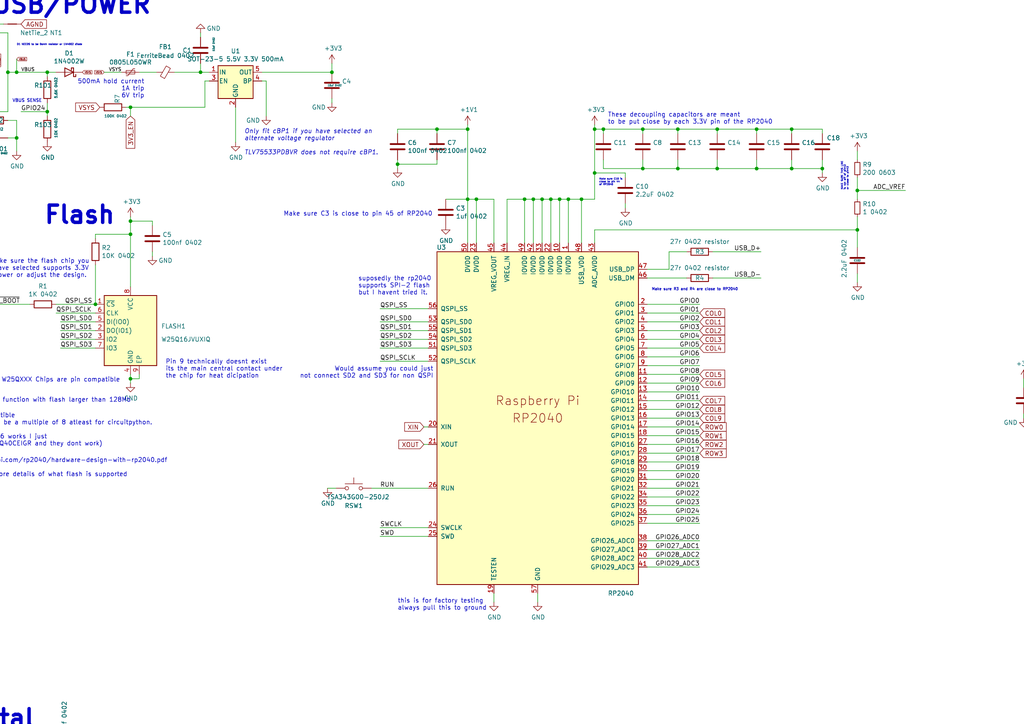
<source format=kicad_sch>
(kicad_sch (version 20230121) (generator eeschema)
  (paper "A4")
  (junction (at 219.456 48.895))
  (junction (at 135.636 37.465))
  (junction (at 27.686 88.265))
  (junction (at 115.316 47.625))
  (junction (at 30.226 216.535))
  (junction (at 154.686 57.785))
  (junction (at 164.846 57.785))
  (junction (at 13.716 222.885))
  (junction (at 172.466 50.165))
  (junction (at 4.826 40.005))
  (junction (at 157.226 57.785))
  (junction (at 126.746 37.465))
  (junction (at 219.456 37.465))
  (junction (at 159.766 57.785))
  (junction (at 175.006 37.465))
  (junction (at 4.826 20.955))
  (junction (at 152.146 57.785))
  (junction (at 162.306 57.785))
  (junction (at 238.506 48.895))
  (junction (at 168.656 57.785))
  (junction (at 58.166 20.955))
  (junction (at -5.334 37.465))
  (junction (at 196.596 37.465))
  (junction (at 248.666 55.245))
  (junction (at 13.716 32.385))
  (junction (at 13.716 20.955))
  (junction (at 196.596 48.895))
  (junction (at 208.026 37.465))
  (junction (at 138.176 57.785))
  (junction (at 186.436 48.895))
  (junction (at 248.666 66.675))
  (junction (at 135.636 57.785))
  (junction (at 172.466 37.465))
  (junction (at 37.846 64.135))
  (junction (at 229.616 48.895))
  (junction (at 37.846 109.855))
  (junction (at 37.846 31.115))
  (junction (at 186.436 37.465))
  (junction (at 96.266 20.955))
  (junction (at 208.026 48.895))
  (junction (at 30.226 229.235))
  (junction (at 37.846 67.945))
  (junction (at 229.616 37.465))
  (junction (at 2.286 20.955))
  (no_connect (at -14.224 12.065))
  (no_connect (at -14.224 27.305))
  (wire (pts (xy 124.206 104.775) (xy 110.236 104.775)))
  (wire (pts (xy 172.466 36.195) (xy 172.466 37.465)))
  (wire (pts (xy -14.224 37.465) (xy -5.334 37.465)))
  (wire (pts (xy 175.006 38.735) (xy 175.006 37.465)))
  (wire (pts (xy 124.206 89.535) (xy 110.236 89.535)))
  (wire (pts (xy 340.106 197.485) (xy 341.376 197.485)))
  (wire (pts (xy 208.026 38.735) (xy 208.026 37.465)))
  (wire (pts (xy 126.746 37.465) (xy 135.636 37.465)))
  (wire (pts (xy 181.356 59.055) (xy 181.356 60.325)))
  (wire (pts (xy 68.326 31.115) (xy 68.326 41.275)))
  (wire (pts (xy 16.256 88.265) (xy 27.686 88.265)))
  (wire (pts (xy 37.846 31.115) (xy 37.846 33.655)))
  (wire (pts (xy 238.506 37.465) (xy 238.506 38.735)))
  (wire (pts (xy 187.706 118.745) (xy 202.946 118.745)))
  (wire (pts (xy 152.146 57.785) (xy 154.686 57.785)))
  (wire (pts (xy 332.486 197.485) (xy 331.216 197.485)))
  (wire (pts (xy 248.666 79.375) (xy 248.666 81.915)))
  (wire (pts (xy 248.666 43.815) (xy 248.666 46.355)))
  (wire (pts (xy 21.336 216.535) (xy 30.226 216.535)))
  (wire (pts (xy 2.286 20.955) (xy 4.826 20.955)))
  (wire (pts (xy 248.666 66.675) (xy 248.666 71.755)))
  (wire (pts (xy -15.494 88.265) (xy -15.494 89.535)))
  (wire (pts (xy 248.666 66.675) (xy 248.666 62.865)))
  (wire (pts (xy 159.766 70.485) (xy 159.766 57.785)))
  (wire (pts (xy 37.846 109.855) (xy 37.846 111.125)))
  (wire (pts (xy 8.636 88.265) (xy -4.064 88.265)))
  (wire (pts (xy 187.706 80.645) (xy 199.136 80.645)))
  (wire (pts (xy 321.056 198.755) (xy 321.056 197.485)))
  (wire (pts (xy 208.026 37.465) (xy 219.456 37.465)))
  (wire (pts (xy 206.756 80.645) (xy 220.726 80.645)))
  (wire (pts (xy 2.286 34.925) (xy 4.826 34.925)))
  (wire (pts (xy 219.456 48.895) (xy 208.026 48.895)))
  (wire (pts (xy 172.466 37.465) (xy 172.466 50.165)))
  (wire (pts (xy 13.716 222.885) (xy 25.146 222.885)))
  (wire (pts (xy 115.316 47.625) (xy 126.746 47.625)))
  (wire (pts (xy -14.224 88.265) (xy -15.494 88.265)))
  (wire (pts (xy 229.616 37.465) (xy 229.616 38.735)))
  (wire (pts (xy 138.176 57.785) (xy 135.636 57.785)))
  (wire (pts (xy 40.386 109.855) (xy 40.386 108.585)))
  (wire (pts (xy 37.846 109.855) (xy 40.386 109.855)))
  (wire (pts (xy -28.194 64.135) (xy -16.764 64.135)))
  (wire (pts (xy 187.706 159.385) (xy 202.946 159.385)))
  (wire (pts (xy 126.746 47.625) (xy 126.746 46.355)))
  (wire (pts (xy 115.316 38.735) (xy 115.316 37.465)))
  (wire (pts (xy 126.746 38.735) (xy 126.746 37.465)))
  (wire (pts (xy 37.846 31.115) (xy 59.436 31.115)))
  (wire (pts (xy 172.466 70.485) (xy 172.466 66.675)))
  (wire (pts (xy 30.226 229.235) (xy 30.226 226.695)))
  (wire (pts (xy 187.706 95.885) (xy 202.946 95.885)))
  (wire (pts (xy 58.166 10.795) (xy 58.166 9.525)))
  (wire (pts (xy 248.666 51.435) (xy 248.666 55.245)))
  (wire (pts (xy 175.006 46.355) (xy 175.006 48.895)))
  (wire (pts (xy 37.846 109.855) (xy 37.846 108.585)))
  (wire (pts (xy 30.226 20.955) (xy 35.306 20.955)))
  (wire (pts (xy 13.716 222.885) (xy 13.716 216.535)))
  (wire (pts (xy 164.846 57.785) (xy 168.656 57.785)))
  (wire (pts (xy 77.216 23.495) (xy 77.216 33.655)))
  (wire (pts (xy 107.696 141.605) (xy 124.206 141.605)))
  (wire (pts (xy 36.576 31.115) (xy 37.846 31.115)))
  (wire (pts (xy 124.206 155.575) (xy 110.236 155.575)))
  (wire (pts (xy 187.706 149.225) (xy 202.946 149.225)))
  (wire (pts (xy 27.686 69.215) (xy 27.686 67.945)))
  (wire (pts (xy 229.616 46.355) (xy 229.616 48.895)))
  (wire (pts (xy 187.706 136.525) (xy 202.946 136.525)))
  (wire (pts (xy -14.224 19.685) (xy -0.254 19.685)))
  (wire (pts (xy 187.706 146.685) (xy 202.946 146.685)))
  (wire (pts (xy 135.636 57.785) (xy 129.286 57.785)))
  (wire (pts (xy 124.206 153.035) (xy 110.236 153.035)))
  (wire (pts (xy 157.226 70.485) (xy 157.226 57.785)))
  (wire (pts (xy -5.334 37.465) (xy -5.334 34.925)))
  (wire (pts (xy 2.286 32.385) (xy -14.224 32.385)))
  (wire (pts (xy 187.706 141.605) (xy 202.946 141.605)))
  (wire (pts (xy 122.936 123.825) (xy 124.206 123.825)))
  (wire (pts (xy 296.926 109.855) (xy 296.926 112.395)))
  (wire (pts (xy 187.706 100.965) (xy 202.946 100.965)))
  (wire (pts (xy 187.706 144.145) (xy 202.946 144.145)))
  (wire (pts (xy 208.026 48.895) (xy 196.596 48.895)))
  (wire (pts (xy 110.236 100.965) (xy 124.206 100.965)))
  (wire (pts (xy 124.206 128.905) (xy 122.936 128.905)))
  (wire (pts (xy 59.436 23.495) (xy 60.706 23.495)))
  (wire (pts (xy 115.316 37.465) (xy 126.746 37.465)))
  (wire (pts (xy 315.976 186.055) (xy 305.816 186.055)))
  (wire (pts (xy 187.706 151.765) (xy 202.946 151.765)))
  (wire (pts (xy 37.846 67.945) (xy 37.846 83.185)))
  (wire (pts (xy 13.716 222.885) (xy 12.446 222.885)))
  (wire (pts (xy 17.526 95.885) (xy 27.686 95.885)))
  (wire (pts (xy 187.706 126.365) (xy 202.946 126.365)))
  (wire (pts (xy -14.224 24.765) (xy -12.954 24.765)))
  (wire (pts (xy 175.006 37.465) (xy 186.436 37.465)))
  (wire (pts (xy 27.686 76.835) (xy 27.686 88.265)))
  (wire (pts (xy 187.706 139.065) (xy 202.946 139.065)))
  (wire (pts (xy 303.276 203.835) (xy 313.436 203.835)))
  (wire (pts (xy 154.686 57.785) (xy 157.226 57.785)))
  (wire (pts (xy 147.066 70.485) (xy 147.066 57.785)))
  (wire (pts (xy 97.536 141.605) (xy 94.996 141.605)))
  (wire (pts (xy 6.096 32.385) (xy 13.716 32.385)))
  (wire (pts (xy 229.616 37.465) (xy 238.506 37.465)))
  (wire (pts (xy 187.706 108.585) (xy 202.946 108.585)))
  (wire (pts (xy 196.596 37.465) (xy 208.026 37.465)))
  (wire (pts (xy 187.706 93.345) (xy 202.946 93.345)))
  (wire (pts (xy 159.766 57.785) (xy 162.306 57.785)))
  (wire (pts (xy 135.636 37.465) (xy 135.636 57.785)))
  (wire (pts (xy 296.926 120.015) (xy 296.926 121.285)))
  (wire (pts (xy 219.456 38.735) (xy 219.456 37.465)))
  (wire (pts (xy 229.616 48.895) (xy 238.506 48.895)))
  (wire (pts (xy 187.706 133.985) (xy 202.946 133.985)))
  (wire (pts (xy 4.826 20.955) (xy 13.716 20.955)))
  (wire (pts (xy 187.706 103.505) (xy 202.946 103.505)))
  (wire (pts (xy 143.256 70.485) (xy 143.256 57.785)))
  (wire (pts (xy 110.236 93.345) (xy 124.206 93.345)))
  (wire (pts (xy 30.226 219.075) (xy 30.226 216.535)))
  (wire (pts (xy 59.436 23.495) (xy 59.436 31.115)))
  (wire (pts (xy 187.706 123.825) (xy 202.946 123.825)))
  (wire (pts (xy 186.436 38.735) (xy 186.436 37.465)))
  (wire (pts (xy 13.716 29.845) (xy 13.716 32.385)))
  (wire (pts (xy 138.176 70.485) (xy 138.176 57.785)))
  (wire (pts (xy 187.706 90.805) (xy 202.946 90.805)))
  (wire (pts (xy 13.716 32.385) (xy 13.716 33.655)))
  (wire (pts (xy 37.846 62.865) (xy 37.846 64.135)))
  (wire (pts (xy 50.546 20.955) (xy 58.166 20.955)))
  (wire (pts (xy 186.436 37.465) (xy 196.596 37.465)))
  (wire (pts (xy 157.226 57.785) (xy 159.766 57.785)))
  (wire (pts (xy 248.666 55.245) (xy 248.666 57.785)))
  (wire (pts (xy 194.056 73.025) (xy 199.136 73.025)))
  (wire (pts (xy 321.056 211.455) (xy 321.056 208.915)))
  (wire (pts (xy 181.356 51.435) (xy 181.356 50.165)))
  (wire (pts (xy 44.196 229.235) (xy 49.276 229.235)))
  (wire (pts (xy 13.716 20.955) (xy 13.716 22.225)))
  (wire (pts (xy 30.226 216.535) (xy 49.276 216.535)))
  (wire (pts (xy 16.256 90.805) (xy 27.686 90.805)))
  (wire (pts (xy 238.506 46.355) (xy 238.506 48.895)))
  (wire (pts (xy 187.706 111.125) (xy 202.946 111.125)))
  (wire (pts (xy 75.946 20.955) (xy 96.266 20.955)))
  (wire (pts (xy 187.706 164.465) (xy 202.946 164.465)))
  (wire (pts (xy 172.466 66.675) (xy 248.666 66.675)))
  (wire (pts (xy 172.466 37.465) (xy 175.006 37.465)))
  (wire (pts (xy 27.686 100.965) (xy 17.526 100.965)))
  (wire (pts (xy 196.596 38.735) (xy 196.596 37.465)))
  (wire (pts (xy 187.706 121.285) (xy 202.946 121.285)))
  (wire (pts (xy 115.316 46.355) (xy 115.316 47.625)))
  (wire (pts (xy 37.846 64.135) (xy 37.846 67.945)))
  (wire (pts (xy -14.224 22.225) (xy -12.954 22.225)))
  (wire (pts (xy 187.706 88.265) (xy 202.946 88.265)))
  (wire (pts (xy 323.596 186.055) (xy 326.136 186.055)))
  (wire (pts (xy 110.236 98.425) (xy 124.206 98.425)))
  (wire (pts (xy 147.066 57.785) (xy 152.146 57.785)))
  (wire (pts (xy 77.216 23.495) (xy 75.946 23.495)))
  (wire (pts (xy 187.706 128.905) (xy 202.946 128.905)))
  (wire (pts (xy 162.306 70.485) (xy 162.306 57.785)))
  (wire (pts (xy -14.224 17.145) (xy -1.524 17.145)))
  (wire (pts (xy 13.716 229.235) (xy 13.716 222.885)))
  (wire (pts (xy 2.286 9.525) (xy 2.286 20.955)))
  (wire (pts (xy 40.386 20.955) (xy 45.466 20.955)))
  (wire (pts (xy 13.716 20.955) (xy 16.256 20.955)))
  (wire (pts (xy 186.436 48.895) (xy 196.596 48.895)))
  (wire (pts (xy 229.616 48.895) (xy 219.456 48.895)))
  (wire (pts (xy 321.056 197.485) (xy 323.596 197.485)))
  (wire (pts (xy 194.056 73.025) (xy 194.056 78.105)))
  (wire (pts (xy 219.456 37.465) (xy 229.616 37.465)))
  (wire (pts (xy 96.266 28.575) (xy 96.266 29.845)))
  (wire (pts (xy 196.596 46.355) (xy 196.596 48.895)))
  (wire (pts (xy 248.666 55.245) (xy 262.636 55.245)))
  (wire (pts (xy 143.256 172.085) (xy 143.256 174.625)))
  (wire (pts (xy 44.196 65.405) (xy 44.196 64.135)))
  (wire (pts (xy 206.756 73.025) (xy 220.726 73.025)))
  (wire (pts (xy 154.686 70.485) (xy 154.686 57.785)))
  (wire (pts (xy 4.826 34.925) (xy 4.826 40.005)))
  (wire (pts (xy 175.006 48.895) (xy 186.436 48.895)))
  (wire (pts (xy 187.706 113.665) (xy 202.946 113.665)))
  (wire (pts (xy 187.706 98.425) (xy 202.946 98.425)))
  (wire (pts (xy 164.846 57.785) (xy 164.846 70.485)))
  (wire (pts (xy 27.686 67.945) (xy 37.846 67.945)))
  (wire (pts (xy 187.706 161.925) (xy 202.946 161.925)))
  (wire (pts (xy 4.826 40.005) (xy 4.826 43.815)))
  (wire (pts (xy 1.016 6.985) (xy -1.524 6.985)))
  (wire (pts (xy 238.506 50.165) (xy 238.506 48.895)))
  (wire (pts (xy 187.706 156.845) (xy 202.946 156.845)))
  (wire (pts (xy 186.436 48.895) (xy 186.436 46.355)))
  (wire (pts (xy 58.166 18.415) (xy 58.166 20.955)))
  (wire (pts (xy 152.146 70.485) (xy 152.146 57.785)))
  (wire (pts (xy 27.686 98.425) (xy 17.526 98.425)))
  (wire (pts (xy 30.226 229.235) (xy 21.336 229.235)))
  (wire (pts (xy 4.826 20.955) (xy 4.826 17.145)))
  (wire (pts (xy 2.286 40.005) (xy 4.826 40.005)))
  (wire (pts (xy 187.706 106.045) (xy 202.946 106.045)))
  (wire (pts (xy 135.636 36.195) (xy 135.636 37.465)))
  (wire (pts (xy 162.306 57.785) (xy 164.846 57.785)))
  (wire (pts (xy 44.196 73.025) (xy 44.196 74.295)))
  (wire (pts (xy -5.334 37.465) (xy -5.334 40.005)))
  (wire (pts (xy 58.166 20.955) (xy 60.706 20.955)))
  (wire (pts (xy 208.026 46.355) (xy 208.026 48.895)))
  (wire (pts (xy 187.706 78.105) (xy 194.056 78.105)))
  (wire (pts (xy 27.686 93.345) (xy 17.526 93.345)))
  (wire (pts (xy -14.224 9.525) (xy 2.286 9.525)))
  (wire (pts (xy 96.266 18.415) (xy 96.266 20.955)))
  (wire (pts (xy 172.466 50.165) (xy 172.466 57.785)))
  (wire (pts (xy 143.256 57.785) (xy 138.176 57.785)))
  (wire (pts (xy 44.196 64.135) (xy 37.846 64.135)))
  (wire (pts (xy 172.466 50.165) (xy 181.356 50.165)))
  (wire (pts (xy 168.656 70.485) (xy 168.656 57.785)))
  (wire (pts (xy 135.636 57.785) (xy 135.636 70.485)))
  (wire (pts (xy 187.706 116.205) (xy 202.946 116.205)))
  (wire (pts (xy 155.956 172.085) (xy 155.956 174.625)))
  (wire (pts (xy 110.236 95.885) (xy 124.206 95.885)))
  (wire (pts (xy 115.316 47.625) (xy 115.316 48.895)))
  (wire (pts (xy 2.286 20.955) (xy 2.286 32.385)))
  (wire (pts (xy 168.656 57.785) (xy 172.466 57.785)))
  (wire (pts (xy 36.576 229.235) (xy 30.226 229.235)))
  (wire (pts (xy 187.706 131.445) (xy 202.946 131.445)))
  (wire (pts (xy 219.456 46.355) (xy 219.456 48.895)))
  (text "Test points" (at -25.654 55.245 0) (effects (font (size 1.1938 1.1938)) (justify left bottom)))
  (text "Im unsure if the RP2040 can function with flash larger than 128Mb" (at -28.829 116.84 0) (effects (font (size 1.27 1.27)) (justify left bottom)))
  (text "not 22pf but pick to match crystal." (at 21.336 212.725 0) (effects (font (size 1.27 1.27)) (justify left bottom)))
  (text "These decoupling capacitors are meant\nto be put close by each 3.3V pin of the RP2040" (at 176.276 36.195 0) (effects (font (size 1.27 1.27)) (justify left bottom)))
  (text "Only fit cBP1 if you have selected an \nalternate voltage regulator\n\nTLV75533PDBVR does not require cBP1." (at 70.866 45.085 0) (effects (font (size 1.27 1.27) italic) (justify left bottom)))
  (text "Make sure C3 is close to pin 45 of RP2040" (at 125.476 62.865 0) (effects (font (size 1.27 1.27)) (justify right bottom)))
  (text "Make sure R3 and R4 are close to RP2040" (at 188.976 84.455 0) (effects (font (size 0.75 0.75)) (justify left bottom)))
  (text "Power LED is on by default but when\nGPIO24 is enabled it will be shut off" (at 326.136 203.835 0) (effects (font (size 1.27 1.27)) (justify left bottom)))
  (text "Flash" (at 12.446 65.405 0) (effects (font (size 5.0038 5.0038) (thickness 1.0008) bold) (justify left bottom)))
  (text "Pin 9 technically doesnt exist\nits the main central contact under\nthe chip for heat dicipation" (at 48.006 109.855 0) (effects (font (size 1.27 1.27)) (justify left bottom)))
  (text "D1 NEEDS to be 0omh resistor or 1N4002 diode" (at 4.826 13.335 0) (effects (font (size 0.508 0.508)) (justify left bottom)))
  (text "Would assume you could just\nnot connect SD2 and SD3 for non QSPI" (at 125.73 109.855 0) (effects (font (size 1.27 1.27)) (justify right bottom)))
  (text "Crystal" (at -16.764 211.455 0) (effects (font (size 5.0038 5.0038) (thickness 1.0008) bold) (justify left bottom)))
  (text "LEDs" (at 312.166 173.355 0) (effects (font (size 5.0038 5.0038) (thickness 1.0008) bold) (justify left bottom)))
  (text "Make sure the flash chip you\n have selected supports 3.3V\n power or adjust the design." (at -2.794 80.645 0) (effects (font (size 1.27 1.27)) (justify left bottom)))
  (text "https://datasheets.raspberrypi.com/rp2040/hardware-design-with-rp2040.pdf\n\nOn page 13 you can learn more details of what flash is supported\n" (at -28.829 138.43 0) (effects (font (size 1.27 1.27)) (justify left bottom)))
  (text "1K resistor to prevent overdriving of \nthe crystal as per the minimal design example" (at 45.466 225.425 0) (effects (font (size 1.27 1.27)) (justify left bottom)))
  (text "GPIOs" (at 304.546 46.355 0) (effects (font (size 5.0038 5.0038) (thickness 1.0008) bold) (justify left bottom)))
  (text "I think this is important for \nusb 3.0 but not 2.0 and 1.1\nhowever it may help with analogue\nperformance but ive yet\nto test this" (at -18.034 45.085 0) (effects (font (size 0.6 0.6)) (justify left bottom)))
  (text "VBUS SENSE" (at 3.556 29.845 0) (effects (font (size 0.9 0.9)) (justify left bottom)))
  (text "RP2040 supports 1MHz to 15MHz" (at 14.986 234.315 0) (effects (font (size 1.27 1.27)) (justify left bottom)))
  (text "GD25Q40CEIGR is NOT Compatible\nyou need GD25W16* needs to be a multiple of 8 atleast for circuitpython.\n\n(Ive not confirmed if GD25W16 works I just \nHave some boards with GD25Q40CEIGR and they dont work)" (at -28.829 129.54 0) (effects (font (size 1.27 1.27)) (justify left bottom)))
  (text "Make sure C10 is\nclose to pin 44\nof RP2040\n" (at 173.736 53.975 0) (effects (font (size 0.5 0.5)) (justify left bottom)))
  (text "2x 5.1K Resistors on the CC pins will = 5V@1.5A\nthis is the recomended default config for type-c" (at -26.924 -4.445 0) (effects (font (size 1.27 1.27)) (justify left bottom)))
  (text "USB/POWER" (at -2.794 4.445 0) (effects (font (size 5.0038 5.0038) (thickness 1.0008) bold) (justify left bottom)))
  (text "suposedly the rp2040\nsupports SPI-2 flash\nbut I havent tried it.\n" (at 103.886 85.725 0) (effects (font (size 1.27 1.27)) (justify left bottom)))
  (text "this is for factory testing\nalways pull this to ground" (at 115.316 177.165 0) (effects (font (size 1.27 1.27)) (justify left bottom)))
  (text "Im pretty sure a lot of these W25QXXX Chips are pin compatible\nDont quote me on that" (at -28.829 113.03 0) (effects (font (size 1.27 1.27)) (justify left bottom)))
  (text "MAKE SURE THIS LINE \nis ran off of pin43\nor close to pin43" (at 246.126 55.245 90) (effects (font (size 0.5 0.5)) (justify left bottom)))
  (text "500mA hold current\n1A trip\n6V trip" (at 41.91 28.575 0) (effects (font (size 1.27 1.27)) (justify right bottom)))
  (label "QSPI_SD1" (at 110.236 95.885 0))
  (label "QSPI_SS" (at 18.796 88.265 0))
  (label "USB_D-" (at 220.726 80.645 180))
  (label "GPIO14" (at 202.946 123.825 180))
  (label "USB_D+" (at 220.726 73.025 180))
  (label "USB_D-" (at -12.954 22.225 0))
  (label "QSPI_SS" (at 110.236 89.535 0))
  (label "GPIO7" (at 202.946 106.045 180))
  (label "GPIO18" (at 202.946 133.985 180))
  (label "GPIO17" (at 202.946 131.445 180))
  (label "GPIO20" (at 202.946 139.065 180))
  (label "QSPI_SD3" (at 17.526 100.965 0))
  (label "VBUS" (at 6.096 20.955 0) (effects (font (size 0.9906 0.9906))))
  (label "GPIO5" (at 202.946 100.965 180))
  (label "GPIO12" (at 202.946 118.745 180))
  (label "ADC_VREF" (at 262.636 55.245 180))
  (label "GPIO0" (at 202.946 88.265 180))
  (label "GPIO9" (at 202.946 111.125 180))
  (label "GPIO24" (at 6.096 32.385 0))
  (label "QSPI_SD2" (at 17.526 98.425 0))
  (label "QSPI_SCLK" (at 16.256 90.805 0))
  (label "GPIO22" (at 202.946 144.145 180))
  (label "GPIO19" (at 202.946 136.525 180))
  (label "GPIO13" (at 202.946 121.285 180))
  (label "GPIO2" (at 202.946 93.345 180))
  (label "GPIO26_ADC0" (at 202.946 156.845 180))
  (label "QSPI_SD2" (at 110.236 98.425 0))
  (label "QSPI_SD0" (at 17.526 93.345 0))
  (label "GPIO16" (at 202.946 128.905 180))
  (label "GPIO28_ADC2" (at 202.946 161.925 180))
  (label "GPIO21" (at 202.946 141.605 180))
  (label "GPIO29_ADC3" (at 202.946 164.465 180))
  (label "GPIO8" (at 202.946 108.585 180))
  (label "QSPI_SD1" (at 17.526 95.885 0))
  (label "GPIO23" (at 303.276 203.835 0))
  (label "QSPI_SCLK" (at 110.236 104.775 0))
  (label "GPIO15" (at 202.946 126.365 180))
  (label "SWCLK" (at 110.236 153.035 0))
  (label "GPIO25" (at 202.946 151.765 180))
  (label "GPIO23" (at 202.946 146.685 180))
  (label "QSPI_SD3" (at 110.236 100.965 0))
  (label "GPIO4" (at 202.946 98.425 180))
  (label "GPIO1" (at 202.946 90.805 180))
  (label "GPIO27_ADC1" (at 202.946 159.385 180))
  (label "SWD" (at 110.236 155.575 0))
  (label "~{USB_BOOT}" (at -28.194 64.135 0))
  (label "GPIO11" (at 202.946 116.205 180))
  (label "USB_D-" (at -12.954 17.145 0))
  (label "USB_D+" (at -12.954 24.765 0))
  (label "GPIO3" (at 202.946 95.885 180))
  (label "USB_D+" (at -12.954 19.685 0))
  (label "GPIO6" (at 202.946 103.505 180))
  (label "GPIO25" (at 305.816 186.055 0))
  (label "VSYS" (at 31.496 20.955 0) (effects (font (size 0.9906 0.9906))))
  (label "GPIO10" (at 202.946 113.665 180))
  (label "GPIO24" (at 202.946 149.225 180))
  (label "RUN" (at 110.236 141.605 0))
  (label "~{USB_BOOT}" (at -4.064 88.265 0))
  (label "QSPI_SD0" (at 110.236 93.345 0))
  (global_label "VSYS" (shape input) (at 30.226 20.955 180) (effects (font (size 0.508 0.508))) (property "Intersheetrefs" "${INTERSHEET_REFS}" (effects hide)))
  (global_label "3V3_EN" (shape input) (at 37.846 33.655 270) (property "Intersheetrefs" "${INTERSHEET_REFS}" (effects hide)))
  (global_label "VSYS" (shape input) (at 23.876 20.955 0) (effects (font (size 0.508 0.508))) (property "Intersheetrefs" "${INTERSHEET_REFS}" (effects hide)))
  (global_label "XIN" (shape input) (at 49.276 216.535 0) (property "Intersheetrefs" "${INTERSHEET_REFS}" (effects hide)))
  (global_label "COL6" (shape input) (at 202.946 111.125 0) (property "Intersheetrefs" "${INTERSHEET_REFS}" (effects hide)))
  (global_label "COL1" (shape input) (at 202.946 93.345 0) (property "Intersheetrefs" "${INTERSHEET_REFS}" (effects hide)))
  (global_label "GND" (shape input) (at -14.224 6.985 0) (property "Intersheetrefs" "${INTERSHEET_REFS}" (effects hide)))
  (global_label "ROW2" (shape input) (at 202.946 128.905 0) (property "Intersheetrefs" "${INTERSHEET_REFS}" (effects hide)))
  (global_label "COL5" (shape input) (at 202.946 108.585 0) (property "Intersheetrefs" "${INTERSHEET_REFS}" (effects hide)))
  (global_label "COL2" (shape input) (at 202.946 95.885 0) (property "Intersheetrefs" "${INTERSHEET_REFS}" (effects hide)))
  (global_label "XIN" (shape input) (at 122.936 123.825 180) (property "Intersheetrefs" "${INTERSHEET_REFS}" (effects hide)))
  (global_label "ROW0" (shape input) (at 202.946 123.825 0) (property "Intersheetrefs" "${INTERSHEET_REFS}" (effects hide)))
  (global_label "COL7" (shape input) (at 202.946 116.205 0) (property "Intersheetrefs" "${INTERSHEET_REFS}" (effects hide)))
  (global_label "COL4" (shape input) (at 202.946 100.965 0) (property "Intersheetrefs" "${INTERSHEET_REFS}" (effects hide)))
  (global_label "AGND" (shape input) (at 6.096 6.985 0) (property "Intersheetrefs" "${INTERSHEET_REFS}" (effects hide)))
  (global_label "COL0" (shape input) (at 202.946 90.805 0) (property "Intersheetrefs" "${INTERSHEET_REFS}" (effects hide)))
  (global_label "COL9" (shape input) (at 202.946 121.285 0) (property "Intersheetrefs" "${INTERSHEET_REFS}" (effects hide)))
  (global_label "ROW3" (shape input) (at 202.946 131.445 0) (property "Intersheetrefs" "${INTERSHEET_REFS}" (effects hide)))
  (global_label "GND" (shape input) (at -1.524 6.985 180) (property "Intersheetrefs" "${INTERSHEET_REFS}" (effects hide)))
  (global_label "XOUT" (shape input) (at 49.276 229.235 0) (property "Intersheetrefs" "${INTERSHEET_REFS}" (effects hide)))
  (global_label "VSYS" (shape input) (at 28.956 31.115 180) (property "Intersheetrefs" "${INTERSHEET_REFS}" (effects hide)))
  (global_label "USB_D+" (shape input) (at -21.844 57.785 180) (effects (font (size 0.508 0.508))) (property "Intersheetrefs" "${INTERSHEET_REFS}" (effects hide)))
  (global_label "USB_D-" (shape input) (at -1.524 17.145 90) (effects (font (size 0.508 0.508))) (property "Intersheetrefs" "${INTERSHEET_REFS}" (effects hide)))
  (global_label "VBUS" (shape input) (at 4.826 17.145 0) (effects (font (size 0.508 0.508))) (property "Intersheetrefs" "${INTERSHEET_REFS}" (effects hide)))
  (global_label "ROW1" (shape input) (at 202.946 126.365 0) (property "Intersheetrefs" "${INTERSHEET_REFS}" (effects hide)))
  (global_label "GND" (shape input) (at -14.224 34.925 0) (property "Intersheetrefs" "${INTERSHEET_REFS}" (effects hide)))
  (global_label "COL8" (shape input) (at 202.946 118.745 0) (property "Intersheetrefs" "${INTERSHEET_REFS}" (effects hide)))
  (global_label "USB_D+" (shape input) (at -0.254 19.685 90) (effects (font (size 0.508 0.508))) (property "Intersheetrefs" "${INTERSHEET_REFS}" (effects hide)))
  (global_label "USB_D-" (shape input) (at -21.844 60.325 180) (effects (font (size 0.508 0.508))) (property "Intersheetrefs" "${INTERSHEET_REFS}" (effects hide)))
  (global_label "XOUT" (shape input) (at 122.936 128.905 180) (property "Intersheetrefs" "${INTERSHEET_REFS}" (effects hide)))
  (global_label "COL3" (shape input) (at 202.946 98.425 0) (property "Intersheetrefs" "${INTERSHEET_REFS}" (effects hide)))
  (symbol (lib_id "power:GND") (at 37.846 111.125 0) (unit 1)
    (property "Reference" "#PWR019" (effects hide))
    (property "Value" "GND" (at 37.973 115.5192 0))
    (instances (project "EnvOpenPico" (path "" (reference "#PWR019") (unit 1))) (project "EliteMicro2040" (path "" (reference "#PWR0101") (unit 1))) (project "32kb" (path "" (reference "#PWR031") (unit 1))))
  )
  (symbol (lib_id "power:+3V3") (at 321.056 211.455 180) (unit 1)
    (property "Reference" "#PWR0117" (effects hide))
    (property "Value" "+3V3" (at 320.675 215.8492 0))
    (instances (project "EnvOpenPico" (path "" (reference "#PWR0117") (unit 1))) (project "32kb" (path "" (reference "#PWR039") (unit 1))))
  )
  (symbol (lib_id "Device:R_Small") (at 248.666 48.895 0) (unit 1)
    (property "Reference" "R9" (at 250.1646 47.7266 0) (effects (justify left)))
    (property "Value" "200 0603" (at 250.1646 50.038 0) (effects (justify left)))
    (property "Footprint" "Resistor_SMD:R_0603_1608Metric" (effects hide))
    (property "LCSC" " " (effects hide))
    (instances (project "EnvOpenPico" (path "" (reference "R9") (unit 1))) (project "32kb" (path "" (reference "R7") (unit 1))))
  )
  (symbol (lib_id "power:+3V3") (at 96.266 18.415 0) (unit 1)
    (property "Reference" "#PWR09" (effects hide))
    (property "Value" "+3V3" (at 96.647 14.0208 0))
    (instances (project "EnvOpenPico" (path "" (reference "#PWR09") (unit 1))) (project "32kb" (path "" (reference "#PWR03") (unit 1))))
  )
  (symbol (lib_id "power:+3.3V") (at 248.666 43.815 0) (unit 1)
    (property "Reference" "#PWR013" (effects hide))
    (property "Value" "+3.3V" (at 249.047 39.4208 0))
    (instances (project "EnvOpenPico" (path "" (reference "#PWR013") (unit 1))) (project "32kb" (path "" (reference "#PWR012") (unit 1))))
  )
  (symbol (lib_id "Device:C") (at 44.196 69.215 0) (unit 1)
    (property "Reference" "C5" (at 47.117 68.0466 0) (effects (justify left)))
    (property "Value" "100nf 0402" (at 47.117 70.358 0) (effects (justify left)))
    (property "Footprint" "Capacitor_SMD:C_0402_1005Metric" (effects hide))
    (property "LCSC" " " (effects hide))
    (instances (project "EnvOpenPico" (path "" (reference "C5") (unit 1))) (project "EliteMicro2040" (path "" (reference "C5") (unit 1))) (project "32kb" (path "" (reference "C15") (unit 1))))
  )
  (symbol (lib_id "power:GND") (at 58.166 9.525 180) (unit 1)
    (property "Reference" "#PWR04" (effects hide))
    (property "Value" "GND" (at 61.976 8.255 0))
    (instances (project "EnvOpenPico" (path "" (reference "#PWR04") (unit 1))) (project "32kb" (path "" (reference "#PWR01") (unit 1))))
  )
  (symbol (lib_id "power:+1V1") (at 135.636 36.195 0) (unit 1)
    (property "Reference" "#PWR014" (effects hide))
    (property "Value" "+1V1" (at 136.017 31.8008 0))
    (instances (project "EnvOpenPico" (path "" (reference "#PWR014") (unit 1))) (project "32kb" (path "" (reference "#PWR07") (unit 1))))
  )
  (symbol (lib_id "power:+3V3") (at 172.466 36.195 0) (unit 1)
    (property "Reference" "#PWR017" (effects hide))
    (property "Value" "+3V3" (at 172.847 31.8008 0))
    (instances (project "EnvOpenPico" (path "" (reference "#PWR017") (unit 1))) (project "32kb" (path "" (reference "#PWR08") (unit 1))))
  )
  (symbol (lib_id "Device:C") (at 208.026 42.545 0) (unit 1)
    (property "Reference" "C14" (at 210.947 41.3766 0) (effects (justify left)))
    (property "Value" "100nf 0402" (effects hide))
    (property "Footprint" "Capacitor_SMD:C_0402_1005Metric" (effects hide))
    (property "LCSC" " " (effects hide))
    (instances (project "EnvOpenPico" (path "" (reference "C14") (unit 1))) (project "32kb" (path "" (reference "C9") (unit 1))))
  )
  (symbol (lib_id "power:GND") (at 341.376 197.485 90) (unit 1)
    (property "Reference" "#PWR0116" (effects hide))
    (property "Value" "GND" (at 344.6272 197.358 90) (effects (justify right)))
    (instances (project "EnvOpenPico" (path "" (reference "#PWR0116") (unit 1))) (project "32kb" (path "" (reference "#PWR038") (unit 1))))
  )
  (symbol (lib_id "Device:R") (at 32.766 31.115 270) (unit 1)
    (property "Reference" "R7" (at 34.036 27.305 0) (effects (justify left)))
    (property "Value" "100K 0402" (at 30.226 33.655 90) (effects (font (size 0.762 0.762)) (justify left)))
    (property "Footprint" "Resistor_SMD:R_0402_1005Metric" (effects hide))
    (property "LCSC" " " (effects hide))
    (instances (project "EnvOpenPico" (path "" (reference "R7") (unit 1))) (project "32kb" (path "" (reference "R4") (unit 1))))
  )
  (symbol (lib_id "Switch:SW_Push") (at -9.144 88.265 0) (mirror y) (unit 1)
    (property "Reference" "J2" (at -10.414 84.455 0))
    (property "Value" "Button" (at -9.144 90.805 0))
    (property "Footprint" "Button_Switch_SMD:SW_Push_SPST_NO_Alps_SKRK" (effects hide))
    (property "LCSC" " " (effects hide))
    (instances (project "EnvOpenPico" (path "" (reference "J2") (unit 1))) (project "EliteMicro2040" (path "" (reference "J2") (unit 1))) (project "32kb" (path "" (reference "J3") (unit 1))))
  )
  (symbol (lib_id "Transistor_FET:Si2319CDS") (at 318.516 203.835 0) (unit 1)
    (property "Reference" "Q1" (at 322.326 208.915 0) (effects (justify left)))
    (property "Value" "SI2301B" (at 323.596 206.375 0) (effects (justify left)))
    (property "Footprint" "Package_TO_SOT_SMD:SOT-23" (effects hide))
    (property "Datasheet" "http://www.vishay.com/docs/66709/si2319cd.pdf" (effects hide))
  )
  (symbol (lib_id "logo:LOGO") (at 266.446 235.585 0) (unit 1)
    (property "Reference" "#G1" (effects hide))
    (property "Value" "LOGO" (effects hide))
    (property "Footprint" "EnvExtras:logo" (effects hide))
  )
  (symbol (lib_id "Device:NetTie_2") (at 3.556 6.985 0) (unit 1)
    (property "Reference" "NT1" (at 16.256 9.525 0))
    (property "Value" "NetTie_2" (at 9.906 9.525 0))
    (property "Footprint" "NetTie:NetTie-2_SMD_Pad0.5mm" (effects hide))
  )
  (symbol (lib_id "Device:D_Schottky") (at 20.066 20.955 180) (unit 1)
    (property "Reference" "D1" (at 20.066 15.4432 0))
    (property "Value" "1N4002W" (at 20.066 17.7546 0))
    (property "Footprint" "Diode_SMD:D_SOD-123" (effects hide))
    (property "LCSC" " " (effects hide))
    (instances (project "EnvOpenPico" (path "" (reference "D1") (unit 1))) (project "32kb" (path "" (reference "D33") (unit 1))))
  )
  (symbol (lib_id "power:GND") (at 44.196 74.295 0) (unit 1)
    (property "Reference" "#PWR021" (effects hide))
    (property "Value" "GND" (at 48.006 75.565 0))
    (instances (project "EnvOpenPico" (path "" (reference "#PWR021") (unit 1))) (project "EliteMicro2040" (path "" (reference "#PWR011") (unit 1))) (project "32kb" (path "" (reference "#PWR023") (unit 1))))
  )
  (symbol (lib_id "power:GND") (at 68.326 41.275 0) (unit 1)
    (property "Reference" "#PWR05" (effects hide))
    (property "Value" "GND" (at 68.453 45.6692 0))
    (instances (project "EnvOpenPico" (path "" (reference "#PWR05") (unit 1))) (project "32kb" (path "" (reference "#PWR010") (unit 1))))
  )
  (symbol (lib_id "Device:C") (at 115.316 42.545 0) (unit 1)
    (property "Reference" "C6" (at 118.237 41.3766 0) (effects (justify left)))
    (property "Value" "100nf 0402" (at 118.237 43.688 0) (effects (justify left)))
    (property "Footprint" "Capacitor_SMD:C_0402_1005Metric" (effects hide))
    (property "LCSC" " " (effects hide))
    (instances (project "EnvOpenPico" (path "" (reference "C6") (unit 1))) (project "32kb" (path "" (reference "C4") (unit 1))))
  )
  (symbol (lib_id "Device:C") (at 196.596 42.545 0) (unit 1)
    (property "Reference" "C13" (at 199.517 41.3766 0) (effects (justify left)))
    (property "Value" "100nf 0402" (effects hide))
    (property "Footprint" "Capacitor_SMD:C_0402_1005Metric" (effects hide))
    (property "LCSC" " " (effects hide))
    (instances (project "EnvOpenPico" (path "" (reference "C13") (unit 1))) (project "32kb" (path "" (reference "C8") (unit 1))))
  )
  (symbol (lib_id "Device:C") (at 58.166 14.605 180) (unit 1)
    (property "Reference" "C1" (at 55.626 14.605 0) (effects (justify left)))
    (property "Value" "10uf 0402" (at 61.976 10.795 90) (effects (font (size 0.508 0.508)) (justify left)))
    (property "Footprint" "Capacitor_SMD:C_0402_1005Metric" (effects hide))
    (property "LCSC" " " (effects hide))
  )
  (symbol (lib_id "Device:R") (at 202.946 80.645 270) (unit 1)
    (property "Reference" "R4" (at 202.946 80.645 90))
    (property "Value" "27r 0402 resistor" (at 202.946 77.6986 90))
    (property "Footprint" "Resistor_SMD:R_0402_1005Metric" (effects hide))
    (property "LCSC" " " (effects hide))
    (instances (project "EnvOpenPico" (path "" (reference "R4") (unit 1))) (project "32kb" (path "" (reference "R11") (unit 1))))
  )
  (symbol (lib_id "power:GND") (at 155.956 174.625 0) (unit 1)
    (property "Reference" "#PWR016" (effects hide))
    (property "Value" "GND" (at 156.083 179.0192 0))
    (instances (project "EnvOpenPico" (path "" (reference "#PWR016") (unit 1))) (project "32kb" (path "" (reference "#PWR036") (unit 1))))
  )
  (symbol (lib_id "power:GND") (at 13.716 41.275 0) (unit 1)
    (property "Reference" "#PWR0121" (effects hide))
    (property "Value" "GND" (at 13.843 45.6692 0))
    (instances (project "EnvOpenPico" (path "" (reference "#PWR0121") (unit 1))) (project "32kb" (path "" (reference "#PWR09") (unit 1))))
  )
  (symbol (lib_id "Device:R_Small") (at -11.684 29.845 270) (unit 1)
    (property "Reference" "R6" (at -11.684 27.305 90))
    (property "Value" "5.1K 0402" (at -11.684 29.845 90) (effects (font (size 0.508 0.508))))
    (property "Footprint" "Resistor_SMD:R_0402_1005Metric" (effects hide))
    (property "LCSC" " " (effects hide))
    (instances (project "EnvOpenPico" (path "" (reference "R6") (unit 1))) (project "32kb" (path "" (reference "R3") (unit 1))))
  )
  (symbol (lib_id "Device:R") (at 27.686 73.025 0) (unit 1)
    (property "Reference" "R2" (at 29.464 71.8566 0) (effects (justify left)))
    (property "Value" "10K 0402" (at 29.464 74.168 0) (effects (justify left)))
    (property "Footprint" "Resistor_SMD:R_0402_1005Metric" (effects hide))
    (property "LCSC" "  " (effects hide))
    (instances (project "EnvOpenPico" (path "" (reference "R2") (unit 1))) (project "EliteMicro2040" (path "" (reference "R2") (unit 1))) (project "32kb" (path "" (reference "R9") (unit 1))))
  )
  (symbol (lib_id "power:GND") (at 115.316 48.895 0) (unit 1)
    (property "Reference" "#PWR012" (effects hide))
    (property "Value" "GND" (at 115.443 53.2892 0))
    (instances (project "EnvOpenPico" (path "" (reference "#PWR012") (unit 1))) (project "32kb" (path "" (reference "#PWR013") (unit 1))))
  )
  (symbol (lib_id "Device:C") (at 296.926 116.205 0) (unit 1)
    (property "Reference" "C17" (at 299.847 115.0366 0) (effects (justify left)))
    (property "Value" "10uf 0402" (at 299.847 117.348 0) (effects (justify left)))
    (property "Footprint" "Capacitor_SMD:C_0402_1005Metric" (effects hide))
    (property "LCSC" " " (effects hide))
  )
  (symbol (lib_id "Device:C") (at 186.436 42.545 0) (unit 1)
    (property "Reference" "C8" (at 189.357 41.3766 0) (effects (justify left)))
    (property "Value" "100nf 0402" (effects hide))
    (property "Footprint" "Capacitor_SMD:C_0402_1005Metric" (effects hide))
    (property "LCSC" " " (effects hide))
    (instances (project "EnvOpenPico" (path "" (reference "C8") (unit 1))) (project "32kb" (path "" (reference "C7") (unit 1))))
  )
  (symbol (lib_id "Connector:TestPoint") (at -21.844 60.325 270) (unit 1)
    (property "Reference" "TP2" (at -17.0688 59.7662 90) (effects (font (size 0.508 0.508)) (justify left)))
    (property "Value" "TestPoint" (at -17.0688 60.8584 90) (effects (font (size 0.508 0.508)) (justify left)))
    (property "Footprint" "EnvExtras:CustomTestPoint" (effects hide))
    (property "LCSC" " " (effects hide))
  )
  (symbol (lib_id "Device:C") (at 96.266 24.765 0) (unit 1)
    (property "Reference" "C4" (at 99.187 23.5966 0) (effects (justify left)))
    (property "Value" "10uf 0402" (at 94.996 24.765 0) (effects (font (size 0.508 0.508)) (justify left)))
    (property "Footprint" "Capacitor_SMD:C_0402_1005Metric" (effects hide))
    (property "LCSC" " " (effects hide))
    (instances (project "EnvOpenPico" (path "" (reference "C4") (unit 1))) (project "32kb" (path "" (reference "C2") (unit 1))))
  )
  (symbol (lib_id "Memory_Flash:W25Q32JVZP") (at 37.846 95.885 0) (unit 1)
    (property "Reference" "FLASH1" (at 46.736 94.6149 0) (effects (justify left)))
    (property "Value" "W25Q16JVUXIQ" (at 46.736 98.4249 0) (effects (justify left)))
    (property "Footprint" "Package_SON:SON-8-1EP_3x2mm_P0.5mm_EP1.4x1.6mm" (effects hide))
    (property "Datasheet" "http://www.winbond.com/resource-files/w25q32jv%20revg%2003272018%20plus.pdf" (effects hide))
  )
  (symbol (lib_id "Type-C:HRO-TYPE-C-31-M-12") (at -16.764 20.955 0) (unit 1)
    (property "Reference" "USB1" (at -23.114 10.795 0) (effects (justify right)))
    (property "Value" "TYPE-C-31-M-12" (at -9.144 -0.635 0) (effects (justify right)))
    (property "Footprint" "HRO-TYPE-C31-M-12:HRO-TYPE-C-31-M-12" (effects hide))
    (property "LCSC" "C165948" (effects hide))
  )
  (symbol (lib_id "Device:C") (at 238.506 42.545 0) (unit 1)
    (property "Reference" "C18" (at 239.776 40.005 0) (effects (justify left)))
    (property "Value" "100nf 0402" (effects hide))
    (property "Footprint" "Capacitor_SMD:C_0402_1005Metric" (effects hide))
    (property "LCSC" " " (effects hide))
    (instances (project "EnvOpenPico" (path "" (reference "C18") (unit 1))) (project "32kb" (path "" (reference "C12") (unit 1))))
  )
  (symbol (lib_id "Switch:SW_Push") (at 102.616 141.605 0) (unit 1)
    (property "Reference" "RSW1" (at 102.616 146.685 0))
    (property "Value" "TSA343G00-250J2" (at 103.886 144.145 0))
    (property "Footprint" "Button_Switch_SMD:SW_Push_SPST_NO_Alps_SKRK" (effects hide))
  )
  (symbol (lib_id "power:GND") (at 296.926 121.285 0) (unit 1)
    (property "Reference" "#PWR025" (effects hide))
    (property "Value" "GND" (at 293.116 122.555 0))
    (instances (project "EnvOpenPico" (path "" (reference "#PWR025") (unit 1))) (project "32kb" (path "" (reference "#PWR033") (unit 1))))
  )
  (symbol (lib_id "Device:LED") (at 336.296 197.485 180) (unit 1)
    (property "Reference" "GP23_LED1" (at 326.136 193.675 0))
    (property "Value" "GP23 LED_0402" (at 341.376 193.675 0))
    (property "Footprint" "LED_SMD:LED_0402_1005Metric" (effects hide))
    (property "LCSC" " " (effects hide))
  )
  (symbol (lib_id "power:GND") (at -9.144 14.605 90) (unit 1)
    (property "Reference" "#PWR0108" (effects hide))
    (property "Value" "GND" (at -5.8928 14.478 90) (effects (justify right)))
    (instances (project "EnvOpenPico" (path "" (reference "#PWR0108") (unit 1))) (project "32kb" (path "" (reference "#PWR02") (unit 1))))
  )
  (symbol (lib_id "Device:R_Small") (at 248.666 60.325 0) (unit 1)
    (property "Reference" "R10" (at 250.1646 59.1566 0) (effects (justify left)))
    (property "Value" "1 0402" (at 250.1646 61.468 0) (effects (justify left)))
    (property "Footprint" "Resistor_SMD:R_0402_1005Metric" (effects hide))
    (property "LCSC" " " (effects hide))
    (instances (project "EnvOpenPico" (path "" (reference "R10") (unit 1))) (project "32kb" (path "" (reference "R8") (unit 1))))
  )
  (symbol (lib_id "Device:FerriteBead_Small") (at 48.006 20.955 90) (unit 1)
    (property "Reference" "FB1" (at 47.9552 13.589 90))
    (property "Value" "FerriteBead 0402" (at 47.9552 16.129 90))
    (property "Footprint" "Resistor_SMD:R_0402_1005Metric" (effects hide))
  )
  (symbol (lib_id "Device:Crystal_GND24") (at 30.226 222.885 270) (unit 1)
    (property "Reference" "Y1" (at 28.956 222.885 90) (effects (justify left)))
    (property "Value" "3225_4P 12MHz" (at 31.496 227.965 90) (effects (justify left)))
    (property "Footprint" "Crystal:Crystal_SMD_3225-4Pin_3.2x2.5mm" (effects hide))
    (property "LCSC" " " (effects hide))
  )
  (symbol (lib_id "MCU_RaspberryPi_RP2040:RP2040") (at 155.956 121.285 0) (unit 1)
    (property "Reference" "U3" (at 128.016 71.755 0))
    (property "Value" "RP2040" (at 180.086 172.085 0))
    (property "Footprint" "RP2040_minimal:RP2040-QFN-56" (effects hide))
    (property "LCSC" " C2040" (effects hide))
  )
  (symbol (lib_id "Device:R") (at 13.716 37.465 0) (unit 1)
    (property "Reference" "R103" (at 9.906 36.195 0) (effects (justify left)))
    (property "Value" "10K 0402" (at 16.256 40.005 90) (effects (font (size 0.762 0.762)) (justify left)))
    (property "Footprint" "Resistor_SMD:R_0402_1005Metric" (effects hide))
    (property "LCSC" " " (effects hide))
    (instances (project "EnvOpenPico" (path "" (reference "R103") (unit 1))) (project "32kb" (path "" (reference "R6") (unit 1))))
  )
  (symbol (lib_id "power:GND") (at -9.144 29.845 90) (unit 1)
    (property "Reference" "#PWR0109" (effects hide))
    (property "Value" "GND" (at -5.8928 29.718 90) (effects (justify right)))
    (instances (project "EnvOpenPico" (path "" (reference "#PWR0109") (unit 1))) (project "32kb" (path "" (reference "#PWR04") (unit 1))))
  )
  (symbol (lib_id "Regulator_Linear:AP131-15") (at 68.326 23.495 0) (unit 1)
    (property "Reference" "U1" (at 68.326 14.8082 0))
    (property "Value" "SOT-23-5 5.5V 3.3V 500mA" (at 68.326 17.1196 0))
    (property "Footprint" "Package_TO_SOT_SMD:SOT-23-5" (effects hide))
    (property "LCSC" "C404027" (effects hide))
    (instances (project "EnvOpenPico" (path "" (reference "U1") (unit 1))) (project "32kb" (path "" (reference "U2") (unit 1))))
  )
  (symbol (lib_id "power:GND") (at -15.494 89.535 0) (unit 1)
    (property "Reference" "#PWR01" (effects hide))
    (property "Value" "GND" (at -15.367 93.9292 0))
    (instances (project "EnvOpenPico" (path "" (reference "#PWR01") (unit 1))) (project "EliteMicro2040" (path "" (reference "#PWR02") (unit 1))) (project "32kb" (path "" (reference "#PWR027") (unit 1))))
  )
  (symbol (lib_id "Device:C") (at 17.526 229.235 90) (unit 1)
    (property "Reference" "C19" (at 16.3576 226.314 0) (effects (justify left)))
    (property "Value" "22pf 0402" (at 20.066 227.965 0) (effects (justify left)))
    (property "Footprint" "Capacitor_SMD:C_0402_1005Metric" (effects hide))
    (property "LCSC" " " (effects hide))
  )
  (symbol (lib_id "power:GND") (at 4.826 43.815 0) (unit 1)
    (property "Reference" "#PWR0120" (effects hide))
    (property "Value" "GND" (at 4.953 48.2092 0))
    (instances (project "EnvOpenPico" (path "" (reference "#PWR0120") (unit 1))) (project "32kb" (path "" (reference "#PWR011") (unit 1))))
  )
  (symbol (lib_id "Device:C") (at 219.456 42.545 0) (unit 1)
    (property "Reference" "C15" (at 222.377 41.3766 0) (effects (justify left)))
    (property "Value" "100nf 0402" (effects hide))
    (property "Footprint" "Capacitor_SMD:C_0402_1005Metric" (effects hide))
    (property "LCSC" " " (effects hide))
    (instances (project "EnvOpenPico" (path "" (reference "C15") (unit 1))) (project "32kb" (path "" (reference "C10") (unit 1))))
  )
  (symbol (lib_id "Device:C") (at 175.006 42.545 0) (unit 1)
    (property "Reference" "C11" (at 177.927 41.3766 0) (effects (justify left)))
    (property "Value" "100nf 0402" (effects hide))
    (property "Footprint" "Capacitor_SMD:C_0402_1005Metric" (effects hide))
    (property "LCSC" " " (effects hide))
    (instances (project "EnvOpenPico" (path "" (reference "C11") (unit 1))) (project "32kb" (path "" (reference "C6") (unit 1))))
  )
  (symbol (lib_id "Device:R") (at 12.446 88.265 270) (unit 1)
    (property "Reference" "R1" (at 12.446 83.0072 90))
    (property "Value" "1K 0402" (at 12.446 85.3186 90))
    (property "Footprint" "Resistor_SMD:R_0402_1005Metric" (effects hide))
    (property "LCSC" " " (effects hide))
    (instances (project "EnvOpenPico" (path "" (reference "R1") (unit 1))) (project "EliteMicro2040" (path "" (reference "R1") (unit 1))) (project "32kb" (path "" (reference "R12") (unit 1))))
  )
  (symbol (lib_id "Device:C") (at 17.526 216.535 90) (unit 1)
    (property "Reference" "C2" (at 16.3576 213.614 0) (effects (justify left)))
    (property "Value" "22pf 0402" (at 18.669 213.614 0) (effects (justify left)))
    (property "Footprint" "Capacitor_SMD:C_0402_1005Metric" (effects hide))
    (property "LCSC" " " (effects hide))
    (instances (project "EnvOpenPico" (path "" (reference "C2") (unit 1))) (project "32kb" (path "" (reference "C18") (unit 1))))
  )
  (symbol (lib_id "power:GND") (at 248.666 81.915 0) (unit 1)
    (property "Reference" "#PWR0101" (effects hide))
    (property "Value" "GND" (at 248.793 86.3092 0))
    (instances (project "EnvOpenPico" (path "" (reference "#PWR0101") (unit 1))) (project "32kb" (path "" (reference "#PWR024") (unit 1))))
  )
  (symbol (lib_id "Device:Polyfuse_Small") (at 37.846 20.955 270) (unit 1)
    (property "Reference" "F1" (at 37.846 15.748 90))
    (property "Value" "0805L050WR" (at 37.846 18.0594 90))
    (property "Footprint" "Fuse:Fuse_0805_2012Metric" (effects hide))
  )
  (symbol (lib_id "Connector:TestPoint") (at -21.844 57.785 270) (unit 1)
    (property "Reference" "TP1" (at -17.0688 57.2262 90) (effects (font (size 0.508 0.508)) (justify left)))
    (property "Value" "TestPoint" (at -17.0688 58.3184 90) (effects (font (size 0.508 0.508)) (justify left)))
    (property "Footprint" "EnvExtras:CustomTestPoint" (effects hide))
    (property "LCSC" " " (effects hide))
  )
  (symbol (lib_id "power:GND") (at 143.256 174.625 0) (unit 1)
    (property "Reference" "#PWR015" (effects hide))
    (property "Value" "GND" (at 143.383 179.0192 0))
    (instances (project "EnvOpenPico" (path "" (reference "#PWR015") (unit 1))) (project "32kb" (path "" (reference "#PWR035") (unit 1))))
  )
  (symbol (lib_id "power:GND") (at 12.446 222.885 270) (unit 1)
    (property "Reference" "#PWR0107" (effects hide))
    (property "Value" "GND" (at 8.0518 223.012 0))
    (instances (project "EnvOpenPico" (path "" (reference "#PWR0107") (unit 1))) (project "32kb" (path "" (reference "#PWR040") (unit 1))))
  )
  (symbol (lib_id "power:+3V3") (at 37.846 62.865 0) (unit 1)
    (property "Reference" "#PWR010" (effects hide))
    (property "Value" "+3V3" (at 38.227 58.4708 0))
    (instances (project "EnvOpenPico" (path "" (reference "#PWR010") (unit 1))) (project "EliteMicro2040" (path "" (reference "#PWR07") (unit 1))) (project "32kb" (path "" (reference "#PWR019") (unit 1))))
  )
  (symbol (lib_id "Graphic:Logo_Open_Hardware_Small") (at 279.146 236.855 0) (unit 1)
    (property "Reference" "#LOGO1" (effects hide))
    (property "Value" "Logo_Open_Hardware_Small" (effects hide))
    (property "Footprint" "EnvExtras:logo" (effects hide))
  )
  (symbol (lib_id "Device:C") (at 181.356 55.245 0) (unit 1)
    (property "Reference" "C10" (at 184.277 54.0766 0) (effects (justify left)))
    (property "Value" "2.2uF 0402" (at 184.277 56.388 0) (effects (justify left)))
    (property "Footprint" "Capacitor_SMD:C_0402_1005Metric" (effects hide))
    (property "LCSC" " " (effects hide))
    (instances (project "EnvOpenPico" (path "" (reference "C10") (unit 1))) (project "32kb" (path "" (reference "C13") (unit 1))))
  )
  (symbol (lib_id "Device:C") (at 129.286 61.595 0) (unit 1)
    (property "Reference" "C3" (at 132.207 60.4266 0) (effects (justify left)))
    (property "Value" "1uf 0402" (at 132.207 62.738 0) (effects (justify left)))
    (property "Footprint" "Capacitor_SMD:C_0402_1005Metric" (effects hide))
    (property "LCSC" " " (effects hide))
    (instances (project "EnvOpenPico" (path "" (reference "C3") (unit 1))) (project "32kb" (path "" (reference "C14") (unit 1))))
  )
  (symbol (lib_id "power:GND") (at 333.756 186.055 90) (unit 1)
    (property "Reference" "#PWR033" (effects hide))
    (property "Value" "GND" (at 337.0072 185.928 90) (effects (justify right)))
    (instances (project "EnvOpenPico" (path "" (reference "#PWR033") (unit 1))) (project "32kb" (path "" (reference "#PWR037") (unit 1))))
  )
  (symbol (lib_id "Device:R") (at 319.786 186.055 270) (unit 1)
    (property "Reference" "GPIO25_RESISTOR1" (at 319.786 180.7972 90))
    (property "Value" "470 0402" (at 319.786 183.1086 90))
    (property "Footprint" "Resistor_SMD:R_0402_1005Metric" (effects hide))
    (property "LCSC" " " (effects hide))
  )
  (symbol (lib_id "Device:LED") (at 329.946 186.055 180) (unit 1)
    (property "Reference" "GPIO25_LED1" (at 331.216 179.705 0))
    (property "Value" "LED_0402" (at 335.026 182.245 0))
    (property "Footprint" "LED_SMD:LED_0402_1005Metric" (effects hide))
    (property "LCSC" " " (effects hide))
  )
  (symbol (lib_id "power:GND") (at 77.216 33.655 0) (unit 1)
    (property "Reference" "#PWR0110" (effects hide))
    (property "Value" "GND" (at 73.406 34.925 0))
    (instances (project "EnvOpenPico" (path "" (reference "#PWR0110") (unit 1))) (project "32kb" (path "" (reference "#PWR06") (unit 1))))
  )
  (symbol (lib_id "Device:R") (at -1.524 34.925 90) (unit 1)
    (property "Reference" "R102" (at 1.016 34.925 90) (effects (justify left)))
    (property "Value" "220 0402" (at 1.016 37.465 90) (effects (font (size 0.762 0.762)) (justify left)))
    (property "Footprint" "Resistor_SMD:R_0402_1005Metric" (effects hide))
    (property "LCSC" " " (effects hide))
    (instances (project "EnvOpenPico" (path "" (reference "R102") (unit 1))) (project "32kb" (path "" (reference "R5") (unit 1))))
  )
  (symbol (lib_id "Device:R") (at 327.406 197.485 270) (mirror x) (unit 1)
    (property "Reference" "GPIO24_RESISTOR1" (effects hide))
    (property "Value" "1K 0402" (effects hide))
    (property "Footprint" "Resistor_SMD:R_0402_1005Metric" (effects hide))
    (property "LCSC" " " (effects hide))
  )
  (symbol (lib_id "Device:C") (at 126.746 42.545 0) (unit 1)
    (property "Reference" "C7" (at 129.667 41.3766 0) (effects (justify left)))
    (property "Value" "100nf 0402" (at 129.667 43.688 0) (effects (justify left)))
    (property "Footprint" "Capacitor_SMD:C_0402_1005Metric" (effects hide))
    (property "LCSC" " " (effects hide))
    (instances (project "EnvOpenPico" (path "" (reference "C7") (unit 1))) (project "32kb" (path "" (reference "C5") (unit 1))))
  )
  (symbol (lib_id "Connector:TestPoint") (at -16.764 64.135 270) (unit 1)
    (property "Reference" "TP3" (at -11.9888 63.5762 90) (effects (font (size 0.508 0.508)) (justify left)))
    (property "Value" "TestPoint" (at -11.9888 64.6684 90) (effects (font (size 0.508 0.508)) (justify left)))
    (property "Footprint" "EnvExtras:CustomTestPoint" (effects hide))
    (property "LCSC" " " (effects hide))
  )
  (symbol (lib_id "Device:R_Small") (at -11.684 14.605 270) (unit 1)
    (property "Reference" "R5" (at -11.684 12.065 90))
    (property "Value" "5.1K 0402" (at -11.684 14.605 90) (effects (font (size 0.508 0.508))))
    (property "Footprint" "Resistor_SMD:R_0402_1005Metric" (effects hide))
    (property "LCSC" " " (effects hide))
    (instances (project "EnvOpenPico" (path "" (reference "R5") (unit 1))) (project "32kb" (path "" (reference "R1") (unit 1))))
  )
  (symbol (lib_id "power:GND") (at 238.506 50.165 0) (unit 1)
    (property "Reference" "#PWR08" (effects hide))
    (property "Value" "GND" (at 238.633 54.5592 0))
    (instances (project "EnvOpenPico" (path "" (reference "#PWR08") (unit 1))) (project "32kb" (path "" (reference "#PWR014") (unit 1))))
  )
  (symbol (lib_id "Device:C") (at -1.524 40.005 270) (unit 1)
    (property "Reference" "C101" (at -2.794 43.18 90) (effects (justify left)))
    (property "Value" "0.1uf 0402" (at -2.159 44.45 90) (effects (font (size 0.508 0.508)) (justify left)))
    (property "Footprint" "Capacitor_SMD:C_0402_1005Metric" (effects hide))
    (property "LCSC" " " (effects hide))
    (instances (project "EnvOpenPico" (path "" (reference "C101") (unit 1))) (project "32kb" (path "" (reference "C3") (unit 1))))
  )
  (symbol (lib_id "Device:R") (at 13.716 26.035 0) (unit 1)
    (property "Reference" "R101" (at 9.906 24.765 0) (effects (justify left)))
    (property "Value" "5.6K 0402" (at 16.256 28.575 90) (effects (font (size 0.762 0.762)) (justify left)))
    (property "Footprint" "Resistor_SMD:R_0402_1005Metric" (effects hide))
    (property "LCSC" " " (effects hide))
    (instances (project "EnvOpenPico" (path "" (reference "R101") (unit 1))) (project "32kb" (path "" (reference "R2") (unit 1))))
  )
  (symbol (lib_id "power:GND") (at 96.266 29.845 0) (unit 1)
    (property "Reference" "#PWR0114" (effects hide))
    (property "Value" "GND" (at 92.456 31.115 0))
    (instances (project "EnvOpenPico" (path "" (reference "#PWR0114") (unit 1))) (project "32kb" (path "" (reference "#PWR05") (unit 1))))
  )
  (symbol (lib_id "Device:C") (at 229.616 42.545 0) (unit 1)
    (property "Reference" "C16" (at 232.537 41.3766 0) (effects (justify left)))
    (property "Value" "100nf 0402" (effects hide))
    (property "Footprint" "Capacitor_SMD:C_0402_1005Metric" (effects hide))
    (property "LCSC" " " (effects hide))
    (instances (project "EnvOpenPico" (path "" (reference "C16") (unit 1))) (project "32kb" (path "" (reference "C11") (unit 1))))
  )
  (symbol (lib_id "power:+3V3") (at 296.926 109.855 0) (unit 1)
    (property "Reference" "#PWR024" (effects hide))
    (property "Value" "+3V3" (at 297.307 105.4608 0))
    (instances (project "EnvOpenPico" (path "" (reference "#PWR024") (unit 1))) (project "32kb" (path "" (reference "#PWR030") (unit 1))))
  )
  (symbol (lib_id "power:GND") (at 129.286 65.405 0) (unit 1)
    (property "Reference" "#PWR06" (effects hide))
    (property "Value" "GND" (at 129.413 69.7992 0))
    (instances (project "EnvOpenPico" (path "" (reference "#PWR06") (unit 1))) (project "32kb" (path "" (reference "#PWR021") (unit 1))))
  )
  (symbol (lib_id "Device:R") (at 40.386 229.235 270) (unit 1)
    (property "Reference" "R11" (at 40.386 223.9772 90))
    (property "Value" "1K 0402" (at 40.386 226.2886 90))
    (property "Footprint" "Resistor_SMD:R_0402_1005Metric" (effects hide))
    (property "LCSC" " " (effects hide))
    (instances (project "EnvOpenPico" (path "" (reference "R11") (unit 1))) (project "32kb" (path "" (reference "R13") (unit 1))))
  )
  (symbol (lib_id "power:GND") (at 94.996 141.605 0) (unit 1)
    (property "Reference" "#PWR0106" (effects hide))
    (property "Value" "GND" (at 95.123 145.9992 0))
    (instances (project "EnvOpenPico" (path "" (reference "#PWR0106") (unit 1))) (project "32kb" (path "" (reference "#PWR034") (unit 1))))
  )
  (symbol (lib_id "Device:C") (at 248.666 75.565 0) (unit 1)
    (property "Reference" "C102" (at 248.666 75.565 0) (effects (font (size 0.5 0.5))))
    (property "Value" "2.2uF 0402" (at 244.856 80.645 90) (effects (justify left)))
    (property "Footprint" "Capacitor_SMD:C_0402_1005Metric" (effects hide))
    (property "LCSC" " " (effects hide))
    (instances (project "EnvOpenPico" (path "" (reference "C102") (unit 1))) (project "32kb" (path "" (reference "C16") (unit 1))))
  )
  (symbol (lib_id "power:GND") (at 181.356 60.325 0) (unit 1)
    (property "Reference" "#PWR018" (effects hide))
    (property "Value" "GND" (at 181.483 64.7192 0))
  )
  (symbol (lib_id "power:GND") (at 35.306 222.885 90) (unit 1)
    (property "Reference" "#PWR0105" (effects hide))
    (property "Value" "GND" (at 38.5572 222.758 90) (effects (justify right)))
    (instances (project "EnvOpenPico" (path "" (reference "#PWR0105") (unit 1))) (project "32kb" (path "" (reference "#PWR041") (unit 1))))
  )
  (symbol (lib_id "Device:R") (at 202.946 73.025 270) (unit 1)
    (property "Reference" "R3" (at 202.946 73.025 90))
    (property "Value" "27r 0402 resistor" (at 202.946 70.0786 90))
    (property "Footprint" "Resistor_SMD:R_0402_1005Metric" (effects hide))
    (property "LCSC" " " (effects hide))
    (instances (project "EnvOpenPico" (path "" (reference "R3") (unit 1))) (project "32kb" (path "" (reference "R10") (unit 1))))
  )
)
</source>
